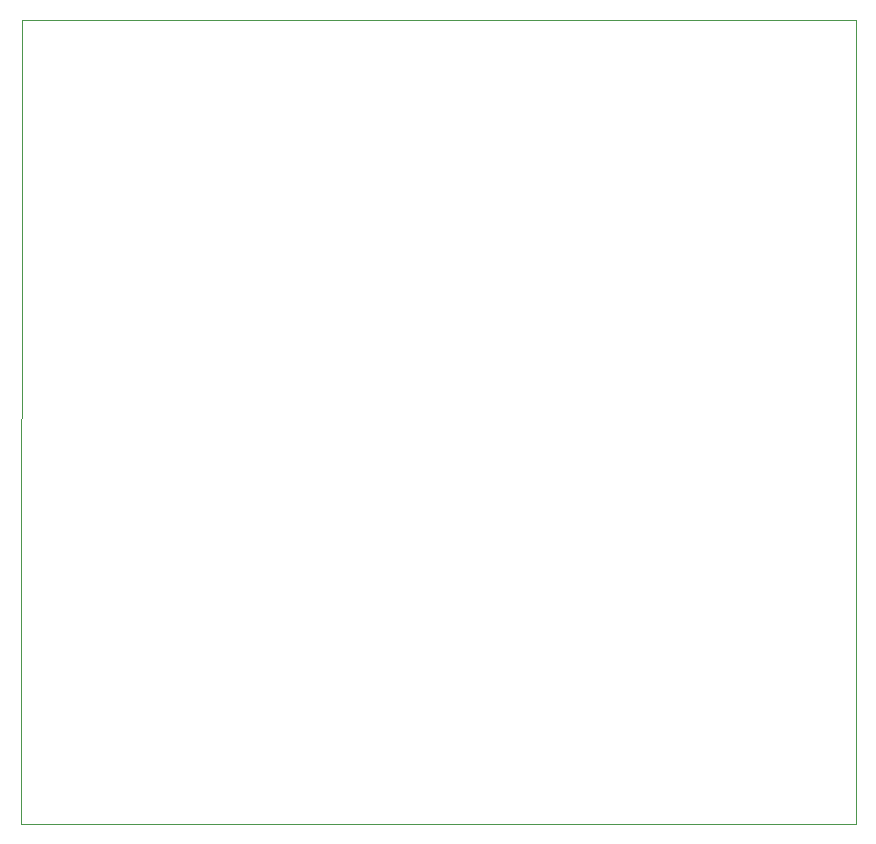
<source format=gbr>
G04*
G04 #@! TF.GenerationSoftware,Altium Limited,Altium Designer,22.4.2 (48)*
G04*
G04 Layer_Color=0*
%FSLAX25Y25*%
%MOIN*%
G70*
G04*
G04 #@! TF.SameCoordinates,897C8E4D-7720-40B5-A877-0FB78C4BABC8*
G04*
G04*
G04 #@! TF.FilePolarity,Positive*
G04*
G01*
G75*
%ADD43C,0.00100*%
D43*
X293718Y532500D02*
X571500D01*
Y264500D01*
X293315Y264500D01*
X293718Y532500D01*
M02*

</source>
